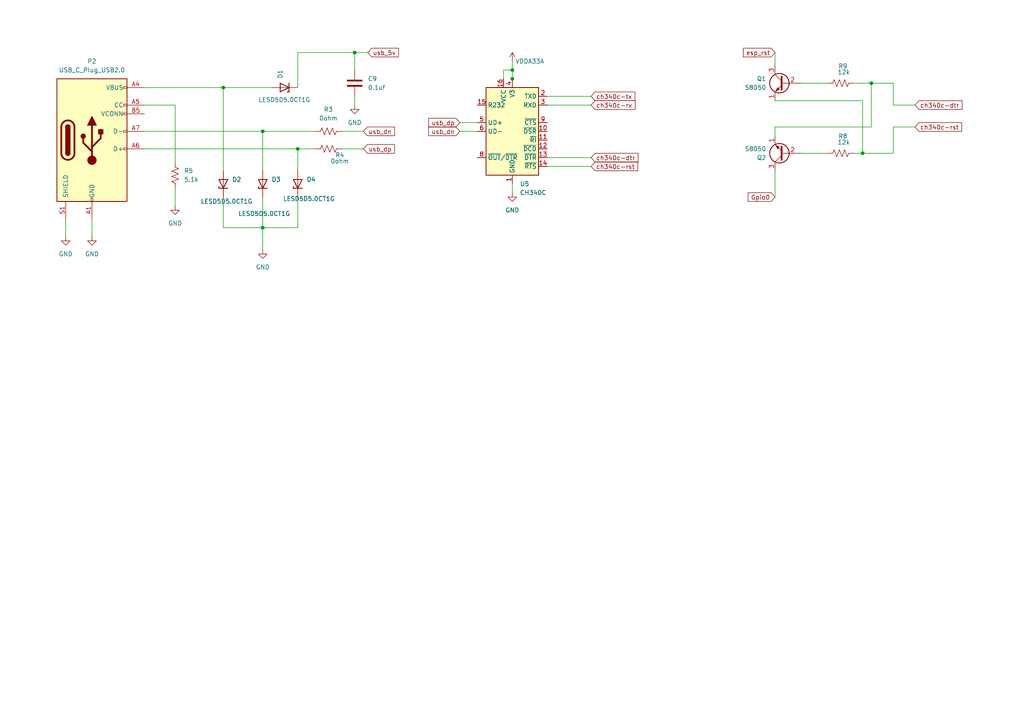
<source format=kicad_sch>
(kicad_sch (version 20231120) (generator "eeschema") (generator_version "8.0")
  (paper "A4")
  (title_block (title "Hardware water level") (company "Cristian Carreras"))
  (lib_symbols
    (symbol "Connector:USB_C_Plug_USB2.0" (pin_names (offset 1.016))
      (property "Reference" "P" (at -10.16 19.05 0))
      (property "Value" "USB_C_Plug_USB2.0" (at 12.7 19.05 0))
      (symbol "USB_C_Plug_USB2.0_0_0"
        (rectangle (start -0.254 -17.78) (end 0.254 -16.764))
        (rectangle (start 10.16 -2.286) (end 9.144 -2.794))
        (rectangle (start 10.16 2.794) (end 9.144 2.286))
        (rectangle (start 10.16 7.874) (end 9.144 7.366))
        (rectangle (start 10.16 10.414) (end 9.144 9.906))
        (rectangle (start 10.16 15.494) (end 9.144 14.986))
      )
      (symbol "USB_C_Plug_USB2.0_0_1"
        (rectangle (start -10.16 17.78) (end 10.16 -17.78) (stroke (width 0.254)) (fill (type background)))
        (arc (start -8.89 -3.81) (mid -6.985 -5.7067) (end -5.08 -3.81) (stroke (width 0.508)))
        (arc (start -7.62 -3.81) (mid -6.985 -4.4423) (end -6.35 -3.81) (stroke (width 0.254)))
        (arc (start -7.62 -3.81) (mid -6.985 -4.4423) (end -6.35 -3.81) (stroke (width 0.254)) (fill (type outline)))
        (rectangle (start -7.62 -3.81) (end -6.35 3.81) (stroke (width 0.254)) (fill (type outline)))
        (arc (start -6.35 3.81) (mid -6.985 4.4423) (end -7.62 3.81) (stroke (width 0.254)))
        (arc (start -6.35 3.81) (mid -6.985 4.4423) (end -7.62 3.81) (stroke (width 0.254)) (fill (type outline)))
        (arc (start -5.08 3.81) (mid -6.985 5.7067) (end -8.89 3.81) (stroke (width 0.508)))
        (circle (center -2.54 1.143) (radius 0.635) (stroke (width 0.254)) (fill (type outline)))
        (circle (center 0 -5.842) (radius 1.27) (fill (type outline)))
        (polyline (pts (xy -8.89 -3.81) (xy -8.89 3.81)) (stroke (width 0.508)))
        (polyline (pts (xy -5.08 3.81) (xy -5.08 -3.81)) (stroke (width 0.508)))
        (polyline (pts (xy 0 -5.842) (xy 0 4.318)) (stroke (width 0.508)))
        (polyline (pts (xy 0 -3.302) (xy -2.54 -0.762) (xy -2.54 0.508)) (stroke (width 0.508)))
        (polyline (pts (xy 0 -2.032) (xy 2.54 0.508) (xy 2.54 1.778)) (stroke (width 0.508)))
        (polyline (pts (xy -1.27 4.318) (xy 0 6.858) (xy 1.27 4.318) (xy -1.27 4.318)) (stroke (width 0.254)) (fill (type outline)))
        (rectangle (start 1.905 1.778) (end 3.175 3.048) (stroke (width 0.254)) (fill (type outline)))
      )
      (symbol "USB_C_Plug_USB2.0_1_1"
        (pin passive line (at 0 -22.86 90) (length 5.08) (name "GND") (number "A1"))
        (pin passive line (at 0 -22.86 90) (length 5.08) hide (name "GND") (number "A12"))
        (pin passive line (at 15.24 15.24 180) (length 5.08) (name "VBUS") (number "A4"))
        (pin bidirectional line (at 15.24 10.16 180) (length 5.08) (name "CC") (number "A5"))
        (pin bidirectional line (at 15.24 -2.54 180) (length 5.08) (name "D+") (number "A6"))
        (pin bidirectional line (at 15.24 2.54 180) (length 5.08) (name "D-") (number "A7"))
        (pin passive line (at 15.24 15.24 180) (length 5.08) hide (name "VBUS") (number "A9"))
        (pin passive line (at 0 -22.86 90) (length 5.08) hide (name "GND") (number "B1"))
        (pin passive line (at 0 -22.86 90) (length 5.08) hide (name "GND") (number "B12"))
        (pin passive line (at 15.24 15.24 180) (length 5.08) hide (name "VBUS") (number "B4"))
        (pin bidirectional line (at 15.24 7.62 180) (length 5.08) (name "VCONN") (number "B5"))
        (pin passive line (at 15.24 15.24 180) (length 5.08) hide (name "VBUS") (number "B9"))
        (pin passive line (at -7.62 -22.86 90) (length 5.08) (name "SHIELD") (number "S1"))
      )
    )
    (symbol "Device:C" (pin_numbers hide) (pin_names (offset 0.254))
      (property "Reference" "C" (at 0.635 2.54 0))
      (property "Value" "C" (at 0.635 -2.54 0))
      (symbol "C_0_1"
        (polyline (pts (xy -2.032 -0.762) (xy 2.032 -0.762)) (stroke (width 0.508)))
        (polyline (pts (xy -2.032 0.762) (xy 2.032 0.762)) (stroke (width 0.508)))
      )
      (symbol "C_1_1"
        (pin passive line (at 0 3.81 270) (length 2.794) (name "~") (number "1"))
        (pin passive line (at 0 -3.81 90) (length 2.794) (name "~") (number "2"))
      )
    )
    (symbol "Device:R_US" (pin_numbers hide) (pin_names (offset 0))
      (property "Reference" "R" (at 2.54 0 90))
      (property "Value" "R_US" (at -2.54 0 90))
      (symbol "R_US_0_1"
        (polyline (pts (xy 0 -2.286) (xy 0 -2.54)))
        (polyline (pts (xy 0 2.286) (xy 0 2.54)))
        (polyline (pts (xy 0 -0.762) (xy 1.016 -1.143) (xy 0 -1.524) (xy -1.016 -1.905) (xy 0 -2.286)))
        (polyline (pts (xy 0 0.762) (xy 1.016 0.381) (xy 0 0) (xy -1.016 -0.381) (xy 0 -0.762)))
        (polyline (pts (xy 0 2.286) (xy 1.016 1.905) (xy 0 1.524) (xy -1.016 1.143) (xy 0 0.762)))
      )
      (symbol "R_US_1_1"
        (pin passive line (at 0 3.81 270) (length 1.27) (name "~") (number "1"))
        (pin passive line (at 0 -3.81 90) (length 1.27) (name "~") (number "2"))
      )
    )
    (symbol "Diode:PTVS5V0Z1USK" (pin_numbers hide) (pin_names hide)
      (property "Reference" "D" (at 0 2.54 0))
      (property "Value" "PTVS5V0Z1USK" (at 0 -2.54 0))
      (symbol "PTVS5V0Z1USK_0_1"
        (polyline (pts (xy 1.27 0) (xy -1.27 0)))
        (polyline (pts (xy -1.27 -1.27) (xy -1.27 1.27) (xy -0.762 1.27)) (stroke (width 0.254)))
        (polyline (pts (xy 1.27 -1.27) (xy 1.27 1.27) (xy -1.27 0) (xy 1.27 -1.27)) (stroke (width 0.254)))
      )
      (symbol "PTVS5V0Z1USK_1_1"
        (pin passive line (at -3.81 0 0) (length 2.54) (name "K") (number "1"))
        (pin passive line (at 3.81 0 180) (length 2.54) (name "A") (number "2"))
      )
    )
    (symbol "Interface_USB:CH340C"
      (property "Reference" "U" (at -5.08 13.97 0))
      (property "Value" "CH340C" (at 1.27 13.97 0))
      (symbol "CH340C_0_1"
        (rectangle (start -7.62 12.7) (end 7.62 -12.7) (stroke (width 0.254)) (fill (type background)))
      )
      (symbol "CH340C_1_1"
        (pin power_in line (at 0 -15.24 90) (length 2.54) (name "GND") (number "1"))
        (pin input line (at 10.16 0 180) (length 2.54) (name "~{DSR}") (number "10"))
        (pin input line (at 10.16 -2.54 180) (length 2.54) (name "~{RI}") (number "11"))
        (pin input line (at 10.16 -5.08 180) (length 2.54) (name "~{DCD}") (number "12"))
        (pin output line (at 10.16 -7.62 180) (length 2.54) (name "~{DTR}") (number "13"))
        (pin output line (at 10.16 -10.16 180) (length 2.54) (name "~{RTS}") (number "14"))
        (pin input line (at -10.16 7.62 0) (length 2.54) (name "R232") (number "15"))
        (pin power_in line (at -2.54 15.24 270) (length 2.54) (name "VCC") (number "16"))
        (pin output line (at 10.16 10.16 180) (length 2.54) (name "TXD") (number "2"))
        (pin input line (at 10.16 7.62 180) (length 2.54) (name "RXD") (number "3"))
        (pin power_out line (at 0 15.24 270) (length 2.54) (name "V3") (number "4"))
        (pin bidirectional line (at -10.16 2.54 0) (length 2.54) (name "UD+") (number "5"))
        (pin bidirectional line (at -10.16 0 0) (length 2.54) (name "UD-") (number "6"))
        (pin no_connect line (at -7.62 -5.08 0) (length 2.54) hide (name "NC") (number "7"))
        (pin output line (at -10.16 -7.62 0) (length 2.54) (name "~{OUT}/~{DTR}") (number "8"))
        (pin input line (at 10.16 2.54 180) (length 2.54) (name "~{CTS}") (number "9"))
      )
    )
    (symbol "Transistor_BJT:S8050" (pin_names (offset 0) hide)
      (property "Reference" "Q" (at 5.08 1.905 0))
      (property "Value" "S8050" (at 5.08 0 0))
      (symbol "S8050_0_1"
        (polyline (pts (xy 0 0) (xy 0.635 0)))
        (polyline (pts (xy 0.635 0.635) (xy 2.54 2.54)))
        (polyline (pts (xy 0.635 -0.635) (xy 2.54 -2.54) (xy 2.54 -2.54)))
        (polyline (pts (xy 0.635 1.905) (xy 0.635 -1.905) (xy 0.635 -1.905)) (stroke (width 0.508)))
        (polyline (pts (xy 1.27 -1.778) (xy 1.778 -1.27) (xy 2.286 -2.286) (xy 1.27 -1.778) (xy 1.27 -1.778)) (fill (type outline)))
        (circle (center 1.27 0) (radius 2.8194) (stroke (width 0.254)))
      )
      (symbol "S8050_1_1"
        (pin passive line (at 2.54 -5.08 90) (length 2.54) (name "E") (number "1"))
        (pin input line (at -5.08 0 0) (length 5.08) (name "B") (number "2"))
        (pin passive line (at 2.54 5.08 270) (length 2.54) (name "C") (number "3"))
      )
    )
    (symbol "power:GND" (power) (pin_numbers hide) (pin_names (offset 0) hide)
      (property "Value" "GND" (at 0 -3.81 0))
      (symbol "GND_0_1"
        (polyline (pts (xy 0 0) (xy 0 -1.27) (xy 1.27 -1.27) (xy 0 -2.54) (xy -1.27 -1.27) (xy 0 -1.27)))
      )
      (symbol "GND_1_1"
        (pin power_in line (at 0 0 270) (length 0) (name "~") (number "1"))
      )
    )
    (symbol "power:VDDA" (power) (pin_numbers hide) (pin_names (offset 0) hide)
      (property "Value" "VDDA" (at 0 3.556 0))
      (symbol "VDDA_0_1"
        (polyline (pts (xy -0.762 1.27) (xy 0 2.54)))
        (polyline (pts (xy 0 0) (xy 0 2.54)))
        (polyline (pts (xy 0 2.54) (xy 0.762 1.27)))
      )
      (symbol "VDDA_1_1"
        (pin power_in line (at 0 0 90) (length 0) (name "~") (number "1"))
      )
    )
  )
  (junction (at 76.2 38.1))
  (junction (at 76.2 66.04))
  (junction (at 252.73 24.13))
  (junction (at 86.36 43.18))
  (junction (at 102.87 15.24))
  (junction (at 148.59 20.32))
  (junction (at 64.77 25.4))
  (junction (at 148.59 22.86))
  (junction (at 250.19 44.45))
  (wire (pts (xy 247.65 24.13) (xy 252.73 24.13)))
  (wire (pts (xy 148.59 17.78) (xy 148.59 20.32)))
  (wire (pts (xy 50.8 30.48) (xy 50.8 46.99)))
  (wire (pts (xy 64.77 57.15) (xy 64.77 66.04)))
  (wire (pts (xy 86.36 43.18) (xy 91.44 43.18)))
  (wire (pts (xy 99.06 43.18) (xy 105.41 43.18)))
  (wire (pts (xy 232.41 44.45) (xy 240.03 44.45)))
  (wire (pts (xy 41.91 30.48) (xy 50.8 30.48)))
  (wire (pts (xy 50.8 54.61) (xy 50.8 59.69)))
  (wire (pts (xy 86.36 57.15) (xy 86.36 66.04)))
  (wire (pts (xy 232.41 24.13) (xy 240.03 24.13)))
  (wire (pts (xy 148.59 20.32) (xy 148.59 22.86)))
  (wire (pts (xy 158.75 48.26) (xy 171.45 48.26)))
  (wire (pts (xy 146.05 20.32) (xy 148.59 20.32)))
  (wire (pts (xy 224.79 36.83) (xy 252.73 36.83)))
  (wire (pts (xy 64.77 25.4) (xy 64.77 49.53)))
  (wire (pts (xy 148.59 22.86) (xy 148.59 25.4)))
  (wire (pts (xy 259.08 44.45) (xy 259.08 36.83)))
  (wire (pts (xy 86.36 15.24) (xy 102.87 15.24)))
  (wire (pts (xy 158.75 30.48) (xy 171.45 30.48)))
  (wire (pts (xy 250.19 29.21) (xy 250.19 44.45)))
  (wire (pts (xy 76.2 66.04) (xy 76.2 72.39)))
  (wire (pts (xy 252.73 36.83) (xy 252.73 24.13)))
  (wire (pts (xy 224.79 15.24) (xy 224.79 19.05)))
  (wire (pts (xy 86.36 15.24) (xy 86.36 25.4)))
  (wire (pts (xy 26.67 63.5) (xy 26.67 68.58)))
  (wire (pts (xy 247.65 44.45) (xy 250.19 44.45)))
  (wire (pts (xy 148.59 53.34) (xy 148.59 55.88)))
  (wire (pts (xy 64.77 66.04) (xy 76.2 66.04)))
  (wire (pts (xy 41.91 38.1) (xy 76.2 38.1)))
  (wire (pts (xy 76.2 57.15) (xy 76.2 66.04)))
  (wire (pts (xy 252.73 24.13) (xy 259.08 24.13)))
  (wire (pts (xy 64.77 25.4) (xy 78.74 25.4)))
  (wire (pts (xy 133.35 35.56) (xy 138.43 35.56)))
  (wire (pts (xy 224.79 49.53) (xy 224.79 57.15)))
  (wire (pts (xy 76.2 66.04) (xy 86.36 66.04)))
  (wire (pts (xy 259.08 24.13) (xy 259.08 30.48)))
  (wire (pts (xy 224.79 39.37) (xy 224.79 36.83)))
  (wire (pts (xy 99.06 38.1) (xy 105.41 38.1)))
  (wire (pts (xy 19.05 63.5) (xy 19.05 68.58)))
  (wire (pts (xy 76.2 38.1) (xy 91.44 38.1)))
  (wire (pts (xy 41.91 25.4) (xy 64.77 25.4)))
  (wire (pts (xy 259.08 30.48) (xy 265.43 30.48)))
  (wire (pts (xy 224.79 29.21) (xy 250.19 29.21)))
  (wire (pts (xy 146.05 22.86) (xy 146.05 20.32)))
  (wire (pts (xy 86.36 43.18) (xy 86.36 49.53)))
  (wire (pts (xy 102.87 15.24) (xy 102.87 20.32)))
  (wire (pts (xy 76.2 38.1) (xy 76.2 49.53)))
  (wire (pts (xy 102.87 15.24) (xy 106.68 15.24)))
  (wire (pts (xy 158.75 45.72) (xy 171.45 45.72)))
  (wire (pts (xy 158.75 27.94) (xy 171.45 27.94)))
  (wire (pts (xy 259.08 36.83) (xy 265.43 36.83)))
  (wire (pts (xy 41.91 43.18) (xy 86.36 43.18)))
  (wire (pts (xy 102.87 27.94) (xy 102.87 30.48)))
  (wire (pts (xy 250.19 44.45) (xy 259.08 44.45)))
  (wire (pts (xy 133.35 38.1) (xy 138.43 38.1)))
  (global_label "ch340c-rst" (shape input) (at 265.43 36.83 0) (property "Intersheetrefs" "${INTERSHEET_REFS}" (effects (hide yes))))
  (global_label "ch340c-rst" (shape input) (at 171.45 48.26 0) (property "Intersheetrefs" "${INTERSHEET_REFS}" (effects (hide yes))))
  (global_label "usb_dn" (shape input) (at 133.35 38.1 180) (property "Intersheetrefs" "${INTERSHEET_REFS}" (effects (hide yes))))
  (global_label "usb_5v" (shape input) (at 106.68 15.24 0) (property "Intersheetrefs" "${INTERSHEET_REFS}" (effects (hide yes))))
  (global_label "ch340c-tx" (shape input) (at 171.45 27.94 0) (property "Intersheetrefs" "${INTERSHEET_REFS}" (effects (hide yes))))
  (global_label "ch340c-dtr" (shape input) (at 171.45 45.72 0) (property "Intersheetrefs" "${INTERSHEET_REFS}" (effects (hide yes))))
  (global_label "ch340c-dtr" (shape input) (at 265.43 30.48 0) (property "Intersheetrefs" "${INTERSHEET_REFS}" (effects (hide yes))))
  (global_label "usb_dp" (shape input) (at 105.41 43.18 0) (property "Intersheetrefs" "${INTERSHEET_REFS}" (effects (hide yes))))
  (global_label "Gpio0" (shape input) (at 224.79 57.15 180) (property "Intersheetrefs" "${INTERSHEET_REFS}" (effects (hide yes))))
  (global_label "ch340c-rx" (shape input) (at 171.45 30.48 0) (property "Intersheetrefs" "${INTERSHEET_REFS}" (effects (hide yes))))
  (global_label "esp_rst" (shape input) (at 224.79 15.24 180) (property "Intersheetrefs" "${INTERSHEET_REFS}" (effects (hide yes))))
  (global_label "usb_dp" (shape input) (at 133.35 35.56 180) (property "Intersheetrefs" "${INTERSHEET_REFS}" (effects (hide yes))))
  (global_label "usb_dn" (shape input) (at 105.41 38.1 0) (property "Intersheetrefs" "${INTERSHEET_REFS}" (effects (hide yes))))
  (symbol (lib_id "Device:R_US") (at 95.25 43.18 90) (unit 1)
    (property "Reference" "R4" (at 98.552 44.958 90))
    (property "Value" "0ohm" (at 98.552 46.736 90))
    (property "Footprint" "Resistor_SMD:R_1206_3216Metric" (effects (hide yes)))
    (property "Description" "Resistor, US symbol" (effects (hide yes)))
  )
  (symbol (lib_id "Connector:USB_C_Plug_USB2.0") (at 26.67 40.64 0) (unit 1)
    (property "Reference" "P2" (at 26.67 17.78 0))
    (property "Value" "USB_C_Plug_USB2.0" (at 26.67 20.32 0))
    (property "Footprint" "Connector_USB:USB_C_Receptacle_GCT_USB4105-xx-A_16P_TopMnt_Horizontal" (effects (hide yes)))
    (property "Datasheet" "https://www.usb.org/sites/default/files/documents/usb_type-c.zip" (effects (hide yes)))
    (property "Description" "USB 2.0-only Type-C Plug connector" (effects (hide yes)))
  )
  (symbol (lib_id "Transistor_BJT:S8050") (at 227.33 24.13 0) (mirror y) (unit 1)
    (property "Reference" "Q1" (at 222.25 22.8599 0) (effects (justify left)))
    (property "Value" "S8050" (at 222.25 25.3999 0) (effects (justify left)))
    (property "Footprint" "Package_TO_SOT_THT:TO-92_Inline" (effects (hide yes)))
    (property "Datasheet" "http://www.unisonic.com.tw/datasheet/S8050.pdf" (effects (hide yes)))
    (property "Description" "0.7A Ic, 20V Vce, Low Voltage High Current NPN Transistor, TO-92" (effects (hide yes)))
  )
  (symbol (lib_id "Diode:PTVS5V0Z1USK") (at 82.55 25.4 180) (unit 1)
    (property "Reference" "D1" (at 81.2799 22.86 90) (effects (justify right)))
    (property "Value" "LESD5D5.0CT1G" (at 74.93 28.956 0) (effects (justify right)))
    (property "Footprint" "Diode_SMD:Nexperia_DSN1608-2_1.6x0.8mm" (effects (hide yes)))
    (property "Datasheet" "https://assets.nexperia.com/documents/data-sheet/PTVS5V0Z1USK.pdf" (effects (hide yes)))
    (property "Description" "5V, 1200W TVS unidirectional diode, DSN1608-2" (effects (hide yes)))
  )
  (symbol (lib_id "power:GND") (at 26.67 68.58 0) (unit 1)
    (property "Reference" "#PWR018" (effects (hide yes)))
    (property "Value" "GND" (at 26.67 73.66 0))
    (property "Description" "Power symbol creates a global label with name \"GND\" , ground" (effects (hide yes)))
  )
  (symbol (lib_id "power:GND") (at 19.05 68.58 0) (unit 1)
    (property "Reference" "#PWR026" (effects (hide yes)))
    (property "Value" "GND" (at 19.05 73.66 0))
    (property "Description" "Power symbol creates a global label with name \"GND\" , ground" (effects (hide yes)))
  )
  (symbol (lib_id "Diode:PTVS5V0Z1USK") (at 86.36 53.34 90) (unit 1)
    (property "Reference" "D4" (at 88.9 52.0699 90) (effects (justify right)))
    (property "Value" "LESD5D5.0CT1G" (at 82.042 57.658 90) (effects (justify right)))
    (property "Footprint" "Diode_SMD:Nexperia_DSN1608-2_1.6x0.8mm" (effects (hide yes)))
    (property "Datasheet" "https://assets.nexperia.com/documents/data-sheet/PTVS5V0Z1USK.pdf" (effects (hide yes)))
    (property "Description" "5V, 1200W TVS unidirectional diode, DSN1608-2" (effects (hide yes)))
  )
  (symbol (lib_id "Diode:PTVS5V0Z1USK") (at 76.2 53.34 90) (unit 1)
    (property "Reference" "D3" (at 78.74 52.0699 90) (effects (justify right)))
    (property "Value" "LESD5D5.0CT1G" (at 69.088 61.976 90) (effects (justify right)))
    (property "Footprint" "Diode_SMD:Nexperia_DSN1608-2_1.6x0.8mm" (effects (hide yes)))
    (property "Datasheet" "https://assets.nexperia.com/documents/data-sheet/PTVS5V0Z1USK.pdf" (effects (hide yes)))
    (property "Description" "5V, 1200W TVS unidirectional diode, DSN1608-2" (effects (hide yes)))
  )
  (symbol (lib_id "Diode:PTVS5V0Z1USK") (at 64.77 53.34 90) (unit 1)
    (property "Reference" "D2" (at 67.31 52.0699 90) (effects (justify right)))
    (property "Value" "LESD5D5.0CT1G" (at 58.166 58.42 90) (effects (justify right)))
    (property "Footprint" "Diode_SMD:Nexperia_DSN1608-2_1.6x0.8mm" (effects (hide yes)))
    (property "Datasheet" "https://assets.nexperia.com/documents/data-sheet/PTVS5V0Z1USK.pdf" (effects (hide yes)))
    (property "Description" "5V, 1200W TVS unidirectional diode, DSN1608-2" (effects (hide yes)))
  )
  (symbol (lib_id "Interface_USB:CH340C") (at 148.59 38.1 0) (unit 1)
    (property "Reference" "U5" (at 150.7841 53.34 0) (effects (justify left)))
    (property "Value" "CH340C" (at 150.7841 55.88 0) (effects (justify left)))
    (property "Footprint" "Package_SO:SOIC-16_3.9x9.9mm_P1.27mm" (effects (hide yes)))
    (property "Datasheet" "https://datasheet.lcsc.com/szlcsc/Jiangsu-Qin-Heng-CH340C_C84681.pdf" (effects (hide yes)))
    (property "Description" "USB serial converter, UART, SOIC-16" (effects (hide yes)))
  )
  (symbol (lib_id "Device:R_US") (at 243.84 44.45 270) (unit 1)
    (property "Reference" "R8" (at 244.475 39.497 90))
    (property "Value" "12k" (at 244.729 41.275 90))
    (property "Footprint" "Resistor_SMD:R_1206_3216Metric" (effects (hide yes)))
    (property "Description" "Resistor, US symbol" (effects (hide yes)))
  )
  (symbol (lib_id "power:GND") (at 102.87 30.48 0) (unit 1)
    (property "Reference" "#PWR021" (effects (hide yes)))
    (property "Value" "GND" (at 102.87 35.56 0))
    (property "Description" "Power symbol creates a global label with name \"GND\" , ground" (effects (hide yes)))
  )
  (symbol (lib_id "Transistor_BJT:S8050") (at 227.33 44.45 180) (unit 1)
    (property "Reference" "Q2" (at 222.25 45.7201 0) (effects (justify left)))
    (property "Value" "S8050" (at 222.25 43.1801 0) (effects (justify left)))
    (property "Footprint" "Package_TO_SOT_THT:TO-92_Inline" (effects (hide yes)))
    (property "Datasheet" "http://www.unisonic.com.tw/datasheet/S8050.pdf" (effects (hide yes)))
    (property "Description" "0.7A Ic, 20V Vce, Low Voltage High Current NPN Transistor, TO-92" (effects (hide yes)))
  )
  (symbol (lib_id "power:VDDA") (at 148.59 17.78 0) (unit 1)
    (property "Reference" "#PWR024" (effects (hide yes)))
    (property "Value" "VDDA33A" (at 153.67 17.78 0))
    (property "Description" "Power symbol creates a global label with name \"VDDA\"" (effects (hide yes)))
  )
  (symbol (lib_id "power:GND") (at 76.2 72.39 0) (unit 1)
    (property "Reference" "#PWR019" (effects (hide yes)))
    (property "Value" "GND" (at 76.2 77.47 0))
    (property "Description" "Power symbol creates a global label with name \"GND\" , ground" (effects (hide yes)))
  )
  (symbol (lib_id "Device:C") (at 102.87 24.13 0) (unit 1)
    (property "Reference" "C9" (at 106.68 22.8599 0) (effects (justify left)))
    (property "Value" "0.1uf" (at 106.68 25.3999 0) (effects (justify left)))
    (property "Footprint" "Capacitor_SMD:C_1206_3216Metric" (effects (hide yes)))
    (property "Description" "Unpolarized capacitor" (effects (hide yes)))
  )
  (symbol (lib_id "power:GND") (at 50.8 59.69 0) (unit 1)
    (property "Reference" "#PWR023" (effects (hide yes)))
    (property "Value" "GND" (at 50.8 64.77 0))
    (property "Description" "Power symbol creates a global label with name \"GND\" , ground" (effects (hide yes)))
  )
  (symbol (lib_id "power:GND") (at 148.59 55.88 0) (unit 1)
    (property "Reference" "#PWR022" (effects (hide yes)))
    (property "Value" "GND" (at 148.59 60.96 0))
    (property "Description" "Power symbol creates a global label with name \"GND\" , ground" (effects (hide yes)))
  )
  (symbol (lib_id "Device:R_US") (at 50.8 50.8 180) (unit 1)
    (property "Reference" "R5" (at 53.34 49.5299 0) (effects (justify right)))
    (property "Value" "5.1k" (at 53.34 52.0699 0) (effects (justify right)))
    (property "Footprint" "Resistor_SMD:R_1206_3216Metric" (effects (hide yes)))
    (property "Description" "Resistor, US symbol" (effects (hide yes)))
  )
  (symbol (lib_id "Device:R_US") (at 243.84 24.13 270) (unit 1)
    (property "Reference" "R9" (at 244.475 19.177 90))
    (property "Value" "12k" (at 244.729 20.955 90))
    (property "Footprint" "Resistor_SMD:R_1206_3216Metric" (effects (hide yes)))
    (property "Description" "Resistor, US symbol" (effects (hide yes)))
  )
  (symbol (lib_id "Device:R_US") (at 95.25 38.1 90) (unit 1)
    (property "Reference" "R3" (at 95.25 31.75 90))
    (property "Value" "0ohm" (at 95.25 34.29 90))
    (property "Footprint" "Resistor_SMD:R_1206_3216Metric" (effects (hide yes)))
    (property "Description" "Resistor, US symbol" (effects (hide yes)))
  )
)
</source>
